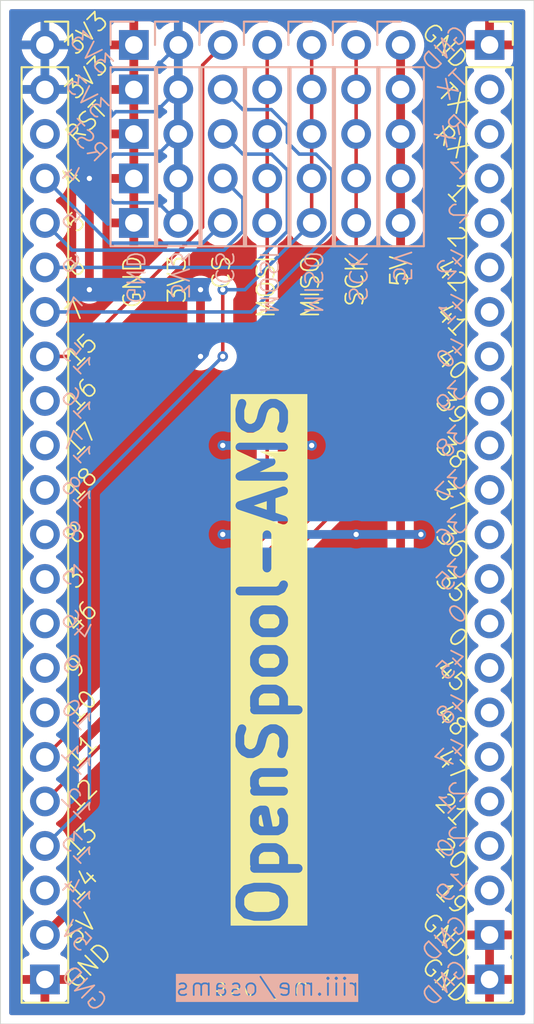
<source format=kicad_pcb>
(kicad_pcb (version 20241229) (generator "pcbnew") (generator_version "9.0")
  (layers (0 "F.Cu" signal) (2 "B.Cu" signal) (13 "F.Paste" user) (15 "B.Paste" user) (5 "F.SilkS" user "F.Silkscreen") (7 "B.SilkS" user "B.Silkscreen") (1 "F.Mask" user) (3 "B.Mask" user) (25 "Edge.Cuts" user))
  (net 0 "")
  (net 15 "/GND")
  (net 17 "/3V3")
  (net 32 "/SC4")
  (net 33 "/SC1")
  (net 34 "/SC3")
  (net 35 "/SC2")
  (net 36 "/MISO")
  (net 37 "/MOSI")
  (net 38 "/SCK")
  (net 39 "/SC5")
  (net 40 "/5V")
  (footprint "Connector_PinSocket_2.54mm:PinSocket_1x22_P2.54mm_Vertical" (layer "F.Cu") (at 66.04 50.8)
    (property "Reference" "J2" (hide yes))
    (property "Value" "ESP32-L" (hide yes))
    (fp_line (start -1.33 1.27) (end -1.33 54.67) (stroke (width 0.12)) (layer "F.SilkS"))
    (fp_line (start -1.33 1.27) (end 1.33 1.27) (stroke (width 0.12)) (layer "F.SilkS"))
    (fp_line (start -1.33 54.67) (end 1.33 54.67) (stroke (width 0.12)) (layer "F.SilkS"))
    (fp_line (start 0 -1.33) (end 1.33 -1.33) (stroke (width 0.12)) (layer "F.SilkS"))
    (fp_line (start 1.33 -1.33) (end 1.33 0) (stroke (width 0.12)) (layer "F.SilkS"))
    (fp_line (start 1.33 1.27) (end 1.33 54.67) (stroke (width 0.12)) (layer "F.SilkS"))
    (pad "1" thru_hole oval (at 0 0) (size 1.7 1.7) (drill 1) (layers "*.Cu" "*.Mask") (net 17 "/3V3"))
    (pad "2" thru_hole oval (at 0 2.54) (size 1.7 1.7) (drill 1) (layers "*.Cu" "*.Mask") (net 17 "/3V3"))
    (pad "3" thru_hole oval (at 0 5.08) (size 1.7 1.7) (drill 1) (layers "*.Cu" "*.Mask"))
    (pad "4" thru_hole oval (at 0 7.62) (size 1.7 1.7) (drill 1) (layers "*.Cu" "*.Mask") (net 33 "/SC1"))
    (pad "5" thru_hole oval (at 0 10.16) (size 1.7 1.7) (drill 1) (layers "*.Cu" "*.Mask") (net 35 "/SC2"))
    (pad "6" thru_hole oval (at 0 12.7) (size 1.7 1.7) (drill 1) (layers "*.Cu" "*.Mask") (net 34 "/SC3"))
    (pad "7" thru_hole oval (at 0 15.24) (size 1.7 1.7) (drill 1) (layers "*.Cu" "*.Mask") (net 32 "/SC4"))
    (pad "8" thru_hole oval (at 0 17.78) (size 1.7 1.7) (drill 1) (layers "*.Cu" "*.Mask") (net 39 "/SC5"))
    (pad "9" thru_hole oval (at 0 20.32) (size 1.7 1.7) (drill 1) (layers "*.Cu" "*.Mask"))
    (pad "10" thru_hole oval (at 0 22.86) (size 1.7 1.7) (drill 1) (layers "*.Cu" "*.Mask"))
    (pad "11" thru_hole oval (at 0 25.4) (size 1.7 1.7) (drill 1) (layers "*.Cu" "*.Mask"))
    (pad "12" thru_hole oval (at 0 27.94) (size 1.7 1.7) (drill 1) (layers "*.Cu" "*.Mask"))
    (pad "13" thru_hole oval (at 0 30.48) (size 1.7 1.7) (drill 1) (layers "*.Cu" "*.Mask"))
    (pad "14" thru_hole oval (at 0 33.02) (size 1.7 1.7) (drill 1) (layers "*.Cu" "*.Mask"))
    (pad "15" thru_hole oval (at 0 35.56) (size 1.7 1.7) (drill 1) (layers "*.Cu" "*.Mask"))
    (pad "16" thru_hole oval (at 0 38.1) (size 1.7 1.7) (drill 1) (layers "*.Cu" "*.Mask"))
    (pad "17" thru_hole oval (at 0 40.64) (size 1.7 1.7) (drill 1) (layers "*.Cu" "*.Mask") (net 37 "/MOSI"))
    (pad "18" thru_hole oval (at 0 43.18) (size 1.7 1.7) (drill 1) (layers "*.Cu" "*.Mask") (net 38 "/SCK"))
    (pad "19" thru_hole oval (at 0 45.72) (size 1.7 1.7) (drill 1) (layers "*.Cu" "*.Mask") (net 36 "/MISO"))
    (pad "20" thru_hole oval (at 0 48.26) (size 1.7 1.7) (drill 1) (layers "*.Cu" "*.Mask"))
    (pad "21" thru_hole oval (at 0 50.8) (size 1.7 1.7) (drill 1) (layers "*.Cu" "*.Mask") (net 40 "/5V"))
    (pad "22" thru_hole rect (at 0 53.34) (size 1.7 1.7) (drill 1) (layers "*.Cu" "*.Mask") (net 15 "/GND"))
  )
  (footprint "Connector_PinSocket_2.54mm:PinSocket_1x22_P2.54mm_Vertical" (layer "F.Cu") (at 91.44 50.8)
    (property "Reference" "J3" (hide yes))
    (property "Value" "ESP32-R" (hide yes))
    (fp_line (start -1.33 1.27) (end -1.33 54.67) (stroke (width 0.12)) (layer "F.SilkS"))
    (fp_line (start -1.33 1.27) (end 1.33 1.27) (stroke (width 0.12)) (layer "F.SilkS"))
    (fp_line (start -1.33 54.67) (end 1.33 54.67) (stroke (width 0.12)) (layer "F.SilkS"))
    (fp_line (start 0 -1.33) (end 1.33 -1.33) (stroke (width 0.12)) (layer "F.SilkS"))
    (fp_line (start 1.33 -1.33) (end 1.33 0) (stroke (width 0.12)) (layer "F.SilkS"))
    (fp_line (start 1.33 1.27) (end 1.33 54.67) (stroke (width 0.12)) (layer "F.SilkS"))
    (pad "1" thru_hole rect (at 0 0) (size 1.7 1.7) (drill 1) (layers "*.Cu" "*.Mask") (net 15 "/GND"))
    (pad "2" thru_hole oval (at 0 2.54) (size 1.7 1.7) (drill 1) (layers "*.Cu" "*.Mask"))
    (pad "3" thru_hole oval (at 0 5.08) (size 1.7 1.7) (drill 1) (layers "*.Cu" "*.Mask"))
    (pad "4" thru_hole oval (at 0 7.62) (size 1.7 1.7) (drill 1) (layers "*.Cu" "*.Mask"))
    (pad "5" thru_hole oval (at 0 10.16) (size 1.7 1.7) (drill 1) (layers "*.Cu" "*.Mask"))
    (pad "6" thru_hole oval (at 0 12.7) (size 1.7 1.7) (drill 1) (layers "*.Cu" "*.Mask"))
    (pad "7" thru_hole oval (at 0 15.24) (size 1.7 1.7) (drill 1) (layers "*.Cu" "*.Mask"))
    (pad "8" thru_hole oval (at 0 17.78) (size 1.7 1.7) (drill 1) (layers "*.Cu" "*.Mask"))
    (pad "9" thru_hole oval (at 0 20.32) (size 1.7 1.7) (drill 1) (layers "*.Cu" "*.Mask"))
    (pad "10" thru_hole oval (at 0 22.86) (size 1.7 1.7) (drill 1) (layers "*.Cu" "*.Mask"))
    (pad "11" thru_hole oval (at 0 25.4) (size 1.7 1.7) (drill 1) (layers "*.Cu" "*.Mask"))
    (pad "12" thru_hole oval (at 0 27.94) (size 1.7 1.7) (drill 1) (layers "*.Cu" "*.Mask"))
    (pad "13" thru_hole oval (at 0 30.48) (size 1.7 1.7) (drill 1) (layers "*.Cu" "*.Mask"))
    (pad "14" thru_hole oval (at 0 33.02) (size 1.7 1.7) (drill 1) (layers "*.Cu" "*.Mask"))
    (pad "15" thru_hole oval (at 0 35.56) (size 1.7 1.7) (drill 1) (layers "*.Cu" "*.Mask"))
    (pad "16" thru_hole oval (at 0 38.1) (size 1.7 1.7) (drill 1) (layers "*.Cu" "*.Mask"))
    (pad "17" thru_hole oval (at 0 40.64) (size 1.7 1.7) (drill 1) (layers "*.Cu" "*.Mask"))
    (pad "18" thru_hole oval (at 0 43.18) (size 1.7 1.7) (drill 1) (layers "*.Cu" "*.Mask"))
    (pad "19" thru_hole oval (at 0 45.72) (size 1.7 1.7) (drill 1) (layers "*.Cu" "*.Mask"))
    (pad "20" thru_hole oval (at 0 48.26) (size 1.7 1.7) (drill 1) (layers "*.Cu" "*.Mask"))
    (pad "21" thru_hole rect (at 0 50.8) (size 1.7 1.7) (drill 1) (layers "*.Cu" "*.Mask") (net 15 "/GND"))
    (pad "22" thru_hole rect (at 0 53.34) (size 1.7 1.7) (drill 1) (layers "*.Cu" "*.Mask") (net 15 "/GND"))
  )
  (footprint "Connector_PinSocket_2.54mm:PinSocket_1x05_P2.54mm_Vertical" (layer "B.Cu") (at 83.82 50.8 180)
    (property "Reference" "J8" (hide yes))
    (property "Value" "SCK")
    (fp_line (start 1.33 1.33) (end 1.33 0) (stroke (width 0.12)) (layer "B.SilkS"))
    (fp_line (start 1.33 -1.27) (end 1.33 -11.49) (stroke (width 0.12)) (layer "B.SilkS"))
    (fp_line (start 0 1.33) (end 1.33 1.33) (stroke (width 0.12)) (layer "B.SilkS"))
    (fp_line (start -1.33 -1.27) (end 1.33 -1.27) (stroke (width 0.12)) (layer "B.SilkS"))
    (fp_line (start -1.33 -1.27) (end -1.33 -11.49) (stroke (width 0.12)) (layer "B.SilkS"))
    (fp_line (start -1.33 -11.49) (end 1.33 -11.49) (stroke (width 0.12)) (layer "B.SilkS"))
    (pad "1" thru_hole oval (at 0 0 180) (size 1.7 1.7) (drill 1) (layers "*.Cu" "*.Mask") (net 38 "/SCK"))
    (pad "2" thru_hole oval (at 0 -2.54 180) (size 1.7 1.7) (drill 1) (layers "*.Cu" "*.Mask") (net 38 "/SCK"))
    (pad "3" thru_hole oval (at 0 -5.08 180) (size 1.7 1.7) (drill 1) (layers "*.Cu" "*.Mask") (net 38 "/SCK"))
    (pad "4" thru_hole oval (at 0 -7.62 180) (size 1.7 1.7) (drill 1) (layers "*.Cu" "*.Mask") (net 38 "/SCK"))
    (pad "5" thru_hole oval (at 0 -10.16 180) (size 1.7 1.7) (drill 1) (layers "*.Cu" "*.Mask") (net 38 "/SCK"))
  )
  (footprint "Connector_PinSocket_2.54mm:PinSocket_1x05_P2.54mm_Vertical" (layer "B.Cu") (at 71.12 50.8 180)
    (property "Reference" "J1" (hide yes))
    (property "Value" "GND")
    (fp_line (start 1.33 1.33) (end 1.33 0) (stroke (width 0.12)) (layer "B.SilkS"))
    (fp_line (start 1.33 -1.27) (end 1.33 -11.49) (stroke (width 0.12)) (layer "B.SilkS"))
    (fp_line (start 0 1.33) (end 1.33 1.33) (stroke (width 0.12)) (layer "B.SilkS"))
    (fp_line (start -1.33 -1.27) (end 1.33 -1.27) (stroke (width 0.12)) (layer "B.SilkS"))
    (fp_line (start -1.33 -1.27) (end -1.33 -11.49) (stroke (width 0.12)) (layer "B.SilkS"))
    (fp_line (start -1.33 -11.49) (end 1.33 -11.49) (stroke (width 0.12)) (layer "B.SilkS"))
    (pad "1" thru_hole rect (at 0 0 180) (size 1.7 1.7) (drill 1) (layers "*.Cu" "*.Mask") (net 15 "/GND"))
    (pad "2" thru_hole rect (at 0 -2.54 180) (size 1.7 1.7) (drill 1) (layers "*.Cu" "*.Mask") (net 15 "/GND"))
    (pad "3" thru_hole rect (at 0 -5.08 180) (size 1.7 1.7) (drill 1) (layers "*.Cu" "*.Mask") (net 15 "/GND"))
    (pad "4" thru_hole rect (at 0 -7.62 180) (size 1.7 1.7) (drill 1) (layers "*.Cu" "*.Mask") (net 15 "/GND"))
    (pad "5" thru_hole rect (at 0 -10.16 180) (size 1.7 1.7) (drill 1) (layers "*.Cu" "*.Mask") (net 15 "/GND"))
  )
  (footprint "Connector_PinSocket_2.54mm:PinSocket_1x05_P2.54mm_Vertical" (layer "B.Cu") (at 73.66 50.8 180)
    (property "Reference" "J7" (hide yes))
    (property "Value" "3V3")
    (fp_line (start 1.33 1.33) (end 1.33 0) (stroke (width 0.12)) (layer "B.SilkS"))
    (fp_line (start 1.33 -1.27) (end 1.33 -11.49) (stroke (width 0.12)) (layer "B.SilkS"))
    (fp_line (start 0 1.33) (end 1.33 1.33) (stroke (width 0.12)) (layer "B.SilkS"))
    (fp_line (start -1.33 -1.27) (end 1.33 -1.27) (stroke (width 0.12)) (layer "B.SilkS"))
    (fp_line (start -1.33 -1.27) (end -1.33 -11.49) (stroke (width 0.12)) (layer "B.SilkS"))
    (fp_line (start -1.33 -11.49) (end 1.33 -11.49) (stroke (width 0.12)) (layer "B.SilkS"))
    (pad "1" thru_hole oval (at 0 0 180) (size 1.7 1.7) (drill 1) (layers "*.Cu" "*.Mask") (net 17 "/3V3"))
    (pad "2" thru_hole oval (at 0 -2.54 180) (size 1.7 1.7) (drill 1) (layers "*.Cu" "*.Mask") (net 17 "/3V3"))
    (pad "3" thru_hole oval (at 0 -5.08 180) (size 1.7 1.7) (drill 1) (layers "*.Cu" "*.Mask") (net 17 "/3V3"))
    (pad "4" thru_hole oval (at 0 -7.62 180) (size 1.7 1.7) (drill 1) (layers "*.Cu" "*.Mask") (net 17 "/3V3"))
    (pad "5" thru_hole oval (at 0 -10.16 180) (size 1.7 1.7) (drill 1) (layers "*.Cu" "*.Mask") (net 17 "/3V3"))
  )
  (footprint "Connector_PinSocket_2.54mm:PinSocket_1x05_P2.54mm_Vertical" (layer "B.Cu") (at 81.28 50.8 180)
    (property "Reference" "J9" (hide yes))
    (property "Value" "MISO")
    (fp_line (start 1.33 1.33) (end 1.33 0) (stroke (width 0.12)) (layer "B.SilkS"))
    (fp_line (start 1.33 -1.27) (end 1.33 -11.49) (stroke (width 0.12)) (layer "B.SilkS"))
    (fp_line (start 0 1.33) (end 1.33 1.33) (stroke (width 0.12)) (layer "B.SilkS"))
    (fp_line (start -1.33 -1.27) (end 1.33 -1.27) (stroke (width 0.12)) (layer "B.SilkS"))
    (fp_line (start -1.33 -1.27) (end -1.33 -11.49) (stroke (width 0.12)) (layer "B.SilkS"))
    (fp_line (start -1.33 -11.49) (end 1.33 -11.49) (stroke (width 0.12)) (layer "B.SilkS"))
    (pad "1" thru_hole oval (at 0 0 180) (size 1.7 1.7) (drill 1) (layers "*.Cu" "*.Mask") (net 36 "/MISO"))
    (pad "2" thru_hole oval (at 0 -2.54 180) (size 1.7 1.7) (drill 1) (layers "*.Cu" "*.Mask") (net 36 "/MISO"))
    (pad "3" thru_hole oval (at 0 -5.08 180) (size 1.7 1.7) (drill 1) (layers "*.Cu" "*.Mask") (net 36 "/MISO"))
    (pad "4" thru_hole oval (at 0 -7.62 180) (size 1.7 1.7) (drill 1) (layers "*.Cu" "*.Mask") (net 36 "/MISO"))
    (pad "5" thru_hole oval (at 0 -10.16 180) (size 1.7 1.7) (drill 1) (layers "*.Cu" "*.Mask") (net 36 "/MISO"))
  )
  (footprint "Connector_PinSocket_2.54mm:PinSocket_1x05_P2.54mm_Vertical" (layer "B.Cu") (at 86.36 50.8 180)
    (property "Reference" "J4" (hide yes))
    (property "Value" "5V")
    (fp_line (start 1.33 1.33) (end 1.33 0) (stroke (width 0.12)) (layer "B.SilkS"))
    (fp_line (start 1.33 -1.27) (end 1.33 -11.49) (stroke (width 0.12)) (layer "B.SilkS"))
    (fp_line (start 0 1.33) (end 1.33 1.33) (stroke (width 0.12)) (layer "B.SilkS"))
    (fp_line (start -1.33 -1.27) (end 1.33 -1.27) (stroke (width 0.12)) (layer "B.SilkS"))
    (fp_line (start -1.33 -1.27) (end -1.33 -11.49) (stroke (width 0.12)) (layer "B.SilkS"))
    (fp_line (start -1.33 -11.49) (end 1.33 -11.49) (stroke (width 0.12)) (layer "B.SilkS"))
    (pad "1" thru_hole oval (at 0 0 180) (size 1.7 1.7) (drill 1) (layers "*.Cu" "*.Mask") (net 40 "/5V"))
    (pad "2" thru_hole oval (at 0 -2.54 180) (size 1.7 1.7) (drill 1) (layers "*.Cu" "*.Mask") (net 40 "/5V"))
    (pad "3" thru_hole oval (at 0 -5.08 180) (size 1.7 1.7) (drill 1) (layers "*.Cu" "*.Mask") (net 40 "/5V"))
    (pad "4" thru_hole oval (at 0 -7.62 180) (size 1.7 1.7) (drill 1) (layers "*.Cu" "*.Mask") (net 40 "/5V"))
    (pad "5" thru_hole oval (at 0 -10.16 180) (size 1.7 1.7) (drill 1) (layers "*.Cu" "*.Mask") (net 40 "/5V"))
  )
  (footprint "Connector_PinSocket_2.54mm:PinSocket_1x05_P2.54mm_Vertical" (layer "B.Cu") (at 76.2 50.8 180)
    (property "Reference" "J6" (hide yes))
    (property "Value" "CS")
    (fp_line (start 1.33 1.33) (end 1.33 0) (stroke (width 0.12)) (layer "B.SilkS"))
    (fp_line (start 1.33 -1.27) (end 1.33 -11.49) (stroke (width 0.12)) (layer "B.SilkS"))
    (fp_line (start 0 1.33) (end 1.33 1.33) (stroke (width 0.12)) (layer "B.SilkS"))
    (fp_line (start -1.33 -1.27) (end 1.33 -1.27) (stroke (width 0.12)) (layer "B.SilkS"))
    (fp_line (start -1.33 -1.27) (end -1.33 -11.49) (stroke (width 0.12)) (layer "B.SilkS"))
    (fp_line (start -1.33 -11.49) (end 1.33 -11.49) (stroke (width 0.12)) (layer "B.SilkS"))
    (pad "1" thru_hole oval (at 0 0 180) (size 1.7 1.7) (drill 1) (layers "*.Cu" "*.Mask") (net 39 "/SC5"))
    (pad "2" thru_hole oval (at 0 -2.54 180) (size 1.7 1.7) (drill 1) (layers "*.Cu" "*.Mask") (net 32 "/SC4"))
    (pad "3" thru_hole oval (at 0 -5.08 180) (size 1.7 1.7) (drill 1) (layers "*.Cu" "*.Mask") (net 34 "/SC3"))
    (pad "4" thru_hole oval (at 0 -7.62 180) (size 1.7 1.7) (drill 1) (layers "*.Cu" "*.Mask") (net 35 "/SC2"))
    (pad "5" thru_hole oval (at 0 -10.16 180) (size 1.7 1.7) (drill 1) (layers "*.Cu" "*.Mask") (net 33 "/SC1"))
  )
  (footprint "Connector_PinSocket_2.54mm:PinSocket_1x05_P2.54mm_Vertical" (layer "B.Cu") (at 78.74 50.8 180)
    (property "Reference" "J5" (hide yes))
    (property "Value" "MOSI")
    (fp_line (start 1.33 1.33) (end 1.33 0) (stroke (width 0.12)) (layer "B.SilkS"))
    (fp_line (start 1.33 -1.27) (end 1.33 -11.49) (stroke (width 0.12)) (layer "B.SilkS"))
    (fp_line (start 0 1.33) (end 1.33 1.33) (stroke (width 0.12)) (layer "B.SilkS"))
    (fp_line (start -1.33 -1.27) (end 1.33 -1.27) (stroke (width 0.12)) (layer "B.SilkS"))
    (fp_line (start -1.33 -1.27) (end -1.33 -11.49) (stroke (width 0.12)) (layer "B.SilkS"))
    (fp_line (start -1.33 -11.49) (end 1.33 -11.49) (stroke (width 0.12)) (layer "B.SilkS"))
    (pad "1" thru_hole oval (at 0 0 180) (size 1.7 1.7) (drill 1) (layers "*.Cu" "*.Mask") (net 37 "/MOSI"))
    (pad "2" thru_hole oval (at 0 -2.54 180) (size 1.7 1.7) (drill 1) (layers "*.Cu" "*.Mask") (net 37 "/MOSI"))
    (pad "3" thru_hole oval (at 0 -5.08 180) (size 1.7 1.7) (drill 1) (layers "*.Cu" "*.Mask") (net 37 "/MOSI"))
    (pad "4" thru_hole oval (at 0 -7.62 180) (size 1.7 1.7) (drill 1) (layers "*.Cu" "*.Mask") (net 37 "/MOSI"))
    (pad "5" thru_hole oval (at 0 -10.16 180) (size 1.7 1.7) (drill 1) (layers "*.Cu" "*.Mask") (net 37 "/MOSI"))
  )
  (gr_rect (start 63.5 48.26) (end 93.98 106.68) (stroke (width 0.05)) (fill no) (layer "Edge.Cuts"))
  (gr_text "48" (at 90.424 89.662 315) (layer "F.SilkS") (effects (font (size 1 1) (thickness 0.1)) (justify right top)))
  (gr_text "GND" (at 90.424 102.362 315) (layer "F.SilkS") (effects (font (size 1 1) (thickness 0.1)) (justify right top)))
  (gr_text "45" (at 90.424 87.122 315) (layer "F.SilkS") (effects (font (size 1 1) (thickness 0.1)) (justify right top)))
  (gr_text "6" (at 67.818 64.262 45) (layer "F.SilkS") (effects (font (size 1 1) (thickness 0.1)) (justify left bottom)))
  (gr_text "3V3" (at 67.818 51.562 45) (layer "F.SilkS") (effects (font (size 1 1) (thickness 0.1)) (justify left bottom)))
  (gr_text "46" (at 67.818 84.582 45) (layer "F.SilkS") (effects (font (size 1 1) (thickness 0.1)) (justify left bottom)))
  (gr_text "37" (at 90.424 76.962 315) (layer "F.SilkS") (effects (font (size 1 1) (thickness 0.1)) (justify right top)))
  (gr_text "21" (at 90.424 94.742 315) (layer "F.SilkS") (effects (font (size 1 1) (thickness 0.1)) (justify right top)))
  (gr_text "36" (at 90.424 79.502 315) (layer "F.SilkS") (effects (font (size 1 1) (thickness 0.1)) (justify right top)))
  (gr_text "OpenSpool-AMS" (at 80.01 101.346 90) (layer "F.SilkS" knockout) (effects (font (size 2.5 2.5) (thickness 0.5) (bold yes)) (justify left bottom)))
  (gr_text "11" (at 67.818 92.202 45) (layer "F.SilkS") (effects (font (size 1 1) (thickness 0.1)) (justify left bottom)))
  (gr_text "13" (at 67.818 97.282 45) (layer "F.SilkS") (effects (font (size 1 1) (thickness 0.1)) (justify left bottom)))
  (gr_text "2" (at 90.424 61.722 315) (layer "F.SilkS") (effects (font (size 1 1) (thickness 0.1)) (justify right top)))
  (gr_text "SCK" (at 84.328 62.738 90) (layer "F.SilkS") (effects (font (size 1 1) (thickness 0.1)) (justify right bottom)))
  (gr_text "14" (at 67.818 99.822 45) (layer "F.SilkS") (effects (font (size 1 1) (thickness 0.1)) (justify left bottom)))
  (gr_text "GND" (at 90.424 104.902 315) (layer "F.SilkS") (effects (font (size 1 1) (thickness 0.1)) (justify right top)))
  (gr_text "5" (at 67.818 61.722 45) (layer "F.SilkS") (effects (font (size 1 1) (thickness 0.1)) (justify left bottom)))
  (gr_text "GND" (at 71.628 62.738 90) (layer "F.SilkS") (effects (font (size 1 1) (thickness 0.1)) (justify right bottom)))
  (gr_text "3" (at 67.818 82.042 45) (layer "F.SilkS") (effects (font (size 1 1) (thickness 0.1)) (justify left bottom)))
  (gr_text "42" (at 90.424 64.262 315) (layer "F.SilkS") (effects (font (size 1 1) (thickness 0.1)) (justify right top)))
  (gr_text "16" (at 67.818 71.882 45) (layer "F.SilkS") (effects (font (size 1 1) (thickness 0.1)) (justify left bottom)))
  (gr_text "39" (at 90.424 71.882 315) (layer "F.SilkS") (effects (font (size 1 1) (thickness 0.1)) (justify right top)))
  (gr_text "15" (at 67.818 69.342 45) (layer "F.SilkS") (effects (font (size 1 1) (thickness 0.1)) (justify left bottom)))
  (gr_text "47" (at 90.424 92.202 315) (layer "F.SilkS") (effects (font (size 1 1) (thickness 0.1)) (justify right top)))
  (gr_text "35" (at 90.424 82.042 315) (layer "F.SilkS") (effects (font (size 1 1) (thickness 0.1)) (justify right top)))
  (gr_text "12" (at 67.818 94.742 45) (layer "F.SilkS") (effects (font (size 1 1) (thickness 0.1)) (justify left bottom)))
  (gr_text "CS" (at 76.708 62.738 90) (layer "F.SilkS") (effects (font (size 1 1) (thickness 0.1)) (justify right bottom)))
  (gr_text "4" (at 67.564 59.182 45) (layer "F.SilkS") (effects (font (size 1 1) (thickness 0.1)) (justify left bottom)))
  (gr_text "3V3" (at 74.168 62.738 90) (layer "F.SilkS") (effects (font (size 1 1) (thickness 0.1)) (justify right bottom)))
  (gr_text "5V" (at 86.868 62.738 90) (layer "F.SilkS") (effects (font (size 1 1) (thickness 0.1)) (justify right bottom)))
  (gr_text "8" (at 67.818 79.502 45) (layer "F.SilkS") (effects (font (size 1 1) (thickness 0.1)) (justify left bottom)))
  (gr_text "5V" (at 67.818 102.362 45) (layer "F.SilkS") (effects (font (size 1 1) (thickness 0.1)) (justify left bottom)))
  (gr_text "17" (at 67.818 74.422 45) (layer "F.SilkS") (effects (font (size 1 1) (thickness 0.1)) (justify left bottom)))
  (gr_text "1" (at 90.424 59.182 315) (layer "F.SilkS") (effects (font (size 1 1) (thickness 0.1)) (justify right top)))
  (gr_text "GND" (at 67.818 104.902 45) (layer "F.SilkS") (effects (font (size 1 1) (thickness 0.1)) (justify left bottom)))
  (gr_text "0" (at 90.424 84.582 315) (layer "F.SilkS") (effects (font (size 1 1) (thickness 0.1)) (justify right top)))
  (gr_text "18" (at 67.818 76.962 45) (layer "F.SilkS") (effects (font (size 1 1) (thickness 0.1)) (justify left bottom)))
  (gr_text "7" (at 67.818 66.802 45) (layer "F.SilkS") (effects (font (size 1 1) (thickness 0.1)) (justify left bottom)))
  (gr_text "10" (at 67.818 89.662 45) (layer "F.SilkS") (effects (font (size 1 1) (thickness 0.1)) (justify left bottom)))
  (gr_text "Rev 1.0" (at 81.280953 105.41 0) (layer "F.SilkS") (effects (font (size 1 1) (thickness 0.1)) (justify right bottom)))
  (gr_text "TX" (at 90.424 54.102 315) (layer "F.SilkS") (effects (font (size 1 1) (thickness 0.1)) (justify right top)))
  (gr_text "19" (at 90.424 99.822 315) (layer "F.SilkS") (effects (font (size 1 1) (thickness 0.1)) (justify right top)))
  (gr_text "RX" (at 90.424 56.642 315) (layer "F.SilkS") (effects (font (size 1 1) (thickness 0.1)) (justify right top)))
  (gr_text "40" (at 90.424 69.342 315) (layer "F.SilkS") (effects (font (size 1 1) (thickness 0.1)) (justify right top)))
  (gr_text "20" (at 90.424 97.282 315) (layer "F.SilkS") (effects (font (size 1 1) (thickness 0.1)) (justify right top)))
  (gr_text "RST" (at 67.818 56.642 45) (layer "F.SilkS") (effects (font (size 1 1) (thickness 0.1)) (justify left bottom)))
  (gr_text "GND" (at 90.424 51.562 315) (layer "F.SilkS") (effects (font (size 1 1) (thickness 0.1)) (justify right top)))
  (gr_text "41" (at 90.424 66.802 315) (layer "F.SilkS") (effects (font (size 1 1) (thickness 0.1)) (justify right top)))
  (gr_text "MISO" (at 81.788 62.738 90) (layer "F.SilkS") (effects (font (size 1 1) (thickness 0.1)) (justify right bottom)))
  (gr_text "MOSI" (at 79.248 62.738 90) (layer "F.SilkS") (effects (font (size 1 1) (thickness 0.1)) (justify right bottom)))
  (gr_text "9" (at 67.818 87.122 45) (layer "F.SilkS") (effects (font (size 1 1) (thickness 0.1)) (justify left bottom)))
  (gr_text "38" (at 90.424 74.422 315) (layer "F.SilkS") (effects (font (size 1 1) (thickness 0.1)) (justify right top)))
  (gr_text "3V3" (at 67.818 54.102 45) (layer "F.SilkS") (effects (font (size 1 1) (thickness 0.1)) (justify left bottom)))
  (gr_text "42" (at 90.424 62.992 45) (layer "B.SilkS") (effects (font (size 1 1) (thickness 0.1)) (justify left bottom mirror)))
  (gr_text "12" (at 67.564 92.964 315) (layer "B.SilkS") (effects (font (size 1 1) (thickness 0.1)) (justify right top mirror)))
  (gr_text "45" (at 90.424 85.852 45) (layer "B.SilkS") (effects (font (size 1 1) (thickness 0.1)) (justify left bottom mirror)))
  (gr_text "SCK" (at 83.312 62.484 270) (layer "B.SilkS") (effects (font (size 1 1) (thickness 0.1)) (justify right bottom mirror)))
  (gr_text "18" (at 67.564 75.184 315) (layer "B.SilkS") (effects (font (size 1 1) (thickness 0.1)) (justify right top mirror)))
  (gr_text "5V" (at 67.564 100.584 315) (layer "B.SilkS") (effects (font (size 1 1) (thickness 0.1)) (justify right top mirror)))
  (gr_text "19" (at 90.424 98.552 45) (layer "B.SilkS") (effects (font (size 1 1) (thickness 0.1)) (justify left bottom mirror)))
  (gr_text "3V3" (at 67.818 52.324 315) (layer "B.SilkS") (effects (font (size 1 1) (thickness 0.1)) (justify right top mirror)))
  (gr_text "9" (at 67.564 85.344 315) (layer "B.SilkS") (effects (font (size 1 1) (thickness 0.1)) (justify right top mirror)))
  (gr_text "41" (at 90.424 65.532 45) (layer "B.SilkS") (effects (font (size 1 1) (thickness 0.1)) (justify left bottom mirror)))
  (gr_text "3V3" (at 68.072 49.784 315) (layer "B.SilkS") (effects (font (size 1 1) (thickness 0.1)) (justify right top mirror)))
  (gr_text "38" (at 90.424 73.152 45) (layer "B.SilkS") (effects (font (size 1 1) (thickness 0.1)) (justify left bottom mirror)))
  (gr_text "4" (at 67.564 57.404 315) (layer "B.SilkS") (effects (font (size 1 1) (thickness 0.1)) (justify right top mirror)))
  (gr_text "14" (at 67.564 98.044 315) (layer "B.SilkS") (effects (font (size 1 1) (thickness 0.1)) (justify right top mirror)))
  (gr_text "RX" (at 90.424 55.372 45) (layer "B.SilkS") (effects (font (size 1 1) (thickness 0.1)) (justify left bottom mirror)))
  (gr_text "20" (at 90.424 96.012 45) (layer "B.SilkS") (effects (font (size 1 1) (thickness 0.1)) (justify left bottom mirror)))
  (gr_text "11" (at 67.564 90.424 315) (layer "B.SilkS") (effects (font (size 1 1) (thickness 0.1)) (justify right top mirror)))
  (gr_text "GND" (at 90.424 50.292 45) (layer "B.SilkS") (effects (font (size 1 1) (thickness 0.1)) (justify left bottom mirror)))
  (gr_text "6" (at 67.564 62.484 315) (layer "B.SilkS") (effects (font (size 1 1) (thickness 0.1)) (justify right top mirror)))
  (gr_text "RST" (at 67.818 54.864 315) (layer "B.SilkS") (effects (font (size 1 1) (thickness 0.1)) (justify right top mirror)))
  (gr_text "GND" (at 70.612 62.484 270) (layer "B.SilkS") (effects (font (size 1 1) (thickness 0.1)) (justify right bottom mirror)))
  (gr_text "MISO" (at 80.772 62.484 270) (layer "B.SilkS") (effects (font (size 1 1) (thickness 0.1)) (justify right bottom mirror)))
  (gr_text "48" (at 90.424 88.392 45) (layer "B.SilkS") (effects (font (size 1 1) (thickness 0.1)) (justify left bottom mirror)))
  (gr_text "3V3" (at 73.152 62.484 270) (layer "B.SilkS") (effects (font (size 1 1) (thickness 0.1)) (justify right bottom mirror)))
  (gr_text "36" (at 90.424 78.232 45) (layer "B.SilkS") (effects (font (size 1 1) (thickness 0.1)) (justify left bottom mirror)))
  (gr_text "17" (at 67.564 72.644 315) (layer "B.SilkS") (effects (font (size 1 1) (thickness 0.1)) (justify right top mirror)))
  (gr_text "0" (at 90.424 83.312 45) (layer "B.SilkS") (effects (font (size 1 1) (thickness 0.1)) (justify left bottom mirror)))
  (gr_text "riii.me/osams" (at 73.428096 105.156 0) (layer "B.SilkS" knockout) (effects (font (size 1 1) (thickness 0.1)) (justify right bottom mirror)))
  (gr_text "GND" (at 67.564 103.124 315) (layer "B.SilkS") (effects (font (size 1 1) (thickness 0.1)) (justify right top mirror)))
  (gr_text "15" (at 67.564 67.564 315) (layer "B.SilkS") (effects (font (size 1 1) (thickness 0.1)) (justify right top mirror)))
  (gr_text "21" (at 90.424 93.472 45) (layer "B.SilkS") (effects (font (size 1 1) (thickness 0.1)) (justify left bottom mirror)))
  (gr_text "13" (at 67.564 95.504 315) (layer "B.SilkS") (effects (font (size 1 1) (thickness 0.1)) (justify right top mirror)))
  (gr_text "37" (at 90.424 75.692 45) (layer "B.SilkS") (effects (font (size 1 1) (thickness 0.1)) (justify left bottom mirror)))
  (gr_text "47" (at 90.424 90.932 45) (layer "B.SilkS") (effects (font (size 1 1) (thickness 0.1)) (justify left bottom mirror)))
  (gr_text "2" (at 90.424 60.452 45) (layer "B.SilkS") (effects (font (size 1 1) (thickness 0.1)) (justify left bottom mirror)))
  (gr_text "16" (at 67.564 70.104 315) (layer "B.SilkS") (effects (font (size 1 1) (thickness 0.1)) (justify right top mirror)))
  (gr_text "7" (at 67.564 65.024 315) (layer "B.SilkS") (effects (font (size 1 1) (thickness 0.1)) (justify right top mirror)))
  (gr_text "35" (at 90.424 80.772 45) (layer "B.SilkS") (effects (font (size 1 1) (thickness 0.1)) (justify left bottom mirror)))
  (gr_text "GND" (at 90.424 101.092 45) (layer "B.SilkS") (effects (font (size 1 1) (thickness 0.1)) (justify left bottom mirror)))
  (gr_text "40" (at 90.424 68.072 45) (layer "B.SilkS") (effects (font (size 1 1) (thickness 0.1)) (justify left bottom mirror)))
  (gr_text "46" (at 67.564 82.804 315) (layer "B.SilkS") (effects (font (size 1 1) (thickness 0.1)) (justify right top mirror)))
  (gr_text "CS" (at 75.692 62.484 270) (layer "B.SilkS") (effects (font (size 1 1) (thickness 0.1)) (justify right bottom mirror)))
  (gr_text "39" (at 90.424 70.612 45) (layer "B.SilkS") (effects (font (size 1 1) (thickness 0.1)) (justify left bottom mirror)))
  (gr_text "TX" (at 90.424 52.832 45) (layer "B.SilkS") (effects (font (size 1 1) (thickness 0.1)) (justify left bottom mirror)))
  (gr_text "3" (at 67.564 80.264 315) (layer "B.SilkS") (effects (font (size 1 1) (thickness 0.1)) (justify right top mirror)))
  (gr_text "MOSI" (at 78.232 62.484 270) (layer "B.SilkS") (effects (font (size 1 1) (thickness 0.1)) (justify right bottom mirror)))
  (gr_text "GND" (at 90.424 103.632 45) (layer "B.SilkS") (effects (font (size 1 1) (thickness 0.1)) (justify left bottom mirror)))
  (gr_text "5V" (at 85.852 62.484 270) (layer "B.SilkS") (effects (font (size 1 1) (thickness 0.1)) (justify right bottom mirror)))
  (gr_text "5" (at 67.564 59.944 315) (layer "B.SilkS") (effects (font (size 1 1) (thickness 0.1)) (justify right top mirror)))
  (gr_text "1" (at 90.424 57.912 45) (layer "B.SilkS") (effects (font (size 1 1) (thickness 0.1)) (justify left bottom mirror)))
  (gr_text "10" (at 67.564 87.884 315) (layer "B.SilkS") (effects (font (size 1 1) (thickness 0.1)) (justify right top mirror)))
  (gr_text "8" (at 67.564 77.724 315) (layer "B.SilkS") (effects (font (size 1 1) (thickness 0.1)) (justify right top mirror)))
  (via (at 83.82 78.74) (size 0.6) (drill 0.3) (layers "F.Cu" "B.Cu") (net 15))
  (via (at 76.2 73.66) (size 0.6) (drill 0.3) (layers "F.Cu" "B.Cu") (net 15))
  (via (at 81.28 73.66) (size 0.6) (drill 0.3) (layers "F.Cu" "B.Cu") (net 15))
  (via (at 76.2 78.74) (size 0.6) (drill 0.3) (layers "F.Cu" "B.Cu") (net 15))
  (via (at 87.519729 78.74) (size 0.6) (drill 0.3) (layers "F.Cu" "B.Cu") (net 15))
  (segment (start 83.82 78.74) (end 76.2 78.74) (width 0.5) (layer "B.Cu") (net 15))
  (segment (start 83.82 78.74) (end 87.519729 78.74) (width 0.5) (layer "B.Cu") (net 15))
  (segment (start 76.2 73.66) (end 81.28 73.66) (width 0.5) (layer "B.Cu") (net 15))
  (segment (start 68.58 58.42) (end 68.58 64.77) (width 0.5) (layer "F.Cu") (net 17))
  (segment (start 74.93 64.77) (end 74.93 68.58) (width 0.5) (layer "F.Cu") (net 17))
  (via (at 68.58 58.42) (size 0.6) (drill 0.3) (layers "F.Cu" "B.Cu") (net 17))
  (via (at 68.58 64.77) (size 0.6) (drill 0.3) (layers "F.Cu" "B.Cu") (net 17))
  (via (at 74.93 68.58) (size 0.6) (drill 0.3) (layers "F.Cu" "B.Cu") (net 17))
  (via (at 74.93 64.77) (size 0.6) (drill 0.3) (layers "F.Cu" "B.Cu") (net 17))
  (segment (start 72.271 52.189) (end 69.969 52.189) (width 0.2) (layer "B.Cu") (net 17))
  (segment (start 73.66 50.8) (end 72.271 52.189) (width 0.2) (layer "B.Cu") (net 17))
  (segment (start 68.58 53.578) (end 68.58 58.42) (width 0.2) (layer "B.Cu") (net 17))
  (segment (start 68.58 58.42) (end 69.969 57.031) (width 0.2) (layer "B.Cu") (net 17))
  (segment (start 68.58 58.42) (end 69.969 59.809) (width 0.2) (layer "B.Cu") (net 17))
  (segment (start 73.66 53.34) (end 72.39 54.61) (width 0.2) (layer "B.Cu") (net 17))
  (segment (start 72.509 57.031) (end 73.66 55.88) (width 0.2) (layer "B.Cu") (net 17))
  (segment (start 72.509 59.809) (end 73.66 60.96) (width 0.2) (layer "B.Cu") (net 17))
  (segment (start 69.969 57.031) (end 72.509 57.031) (width 0.2) (layer "B.Cu") (net 17))
  (segment (start 72.39 54.61) (end 70.088 54.61) (width 0.2) (layer "B.Cu") (net 17))
  (segment (start 69.969 59.809) (end 72.509 59.809) (width 0.2) (layer "B.Cu") (net 17))
  (segment (start 70.088 54.61) (end 68.58 56.118) (width 0.2) (layer "B.Cu") (net 17))
  (segment (start 68.58 56.118) (end 68.58 58.42) (width 0.2) (layer "B.Cu") (net 17))
  (segment (start 69.969 52.189) (end 68.58 53.578) (width 0.2) (layer "B.Cu") (net 17))
  (segment (start 82.431 57.94324) (end 81.51876 57.031) (width 0.2) (layer "B.Cu") (net 32))
  (segment (start 82.431 61.43676) (end 82.431 57.94324) (width 0.2) (layer "B.Cu") (net 32))
  (segment (start 81.51876 57.031) (end 80.56524 57.031) (width 0.2) (layer "B.Cu") (net 32))
  (segment (start 80.56524 57.031) (end 79.891 56.35676) (width 0.2) (layer "B.Cu") (net 32))
  (segment (start 77.351 54.491) (end 76.2 53.34) (width 0.2) (layer "B.Cu") (net 32))
  (segment (start 66.04 66.04) (end 77.82776 66.04) (width 0.2) (layer "B.Cu") (net 32))
  (segment (start 77.82776 66.04) (end 82.431 61.43676) (width 0.2) (layer "B.Cu") (net 32))
  (segment (start 79.891 55.40324) (end 78.97876 54.491) (width 0.2) (layer "B.Cu") (net 32))
  (segment (start 78.97876 54.491) (end 77.351 54.491) (width 0.2) (layer "B.Cu") (net 32))
  (segment (start 79.891 56.35676) (end 79.891 55.40324) (width 0.2) (layer "B.Cu") (net 32))
  (segment (start 75.049 62.111) (end 76.2 60.96) (width 0.2) (layer "B.Cu") (net 33))
  (segment (start 69.731 62.111) (end 75.049 62.111) (width 0.2) (layer "B.Cu") (net 33))
  (segment (start 66.04 58.42) (end 69.731 62.111) (width 0.2) (layer "B.Cu") (net 33))
  (segment (start 79.891 61.43676) (end 79.891 57.94324) (width 0.2) (layer "B.Cu") (net 34))
  (segment (start 77.82776 63.5) (end 79.891 61.43676) (width 0.2) (layer "B.Cu") (net 34))
  (segment (start 79.891 57.94324) (end 78.97876 57.031) (width 0.2) (layer "B.Cu") (net 34))
  (segment (start 78.97876 57.031) (end 77.351 57.031) (width 0.2) (layer "B.Cu") (net 34))
  (segment (start 77.351 57.031) (end 76.2 55.88) (width 0.2) (layer "B.Cu") (net 34))
  (segment (start 66.04 63.5) (end 77.82776 63.5) (width 0.2) (layer "B.Cu") (net 34))
  (segment (start 77.351 61.43676) (end 77.351 59.571) (width 0.2) (layer "B.Cu") (net 35))
  (segment (start 77.351 59.571) (end 76.2 58.42) (width 0.2) (layer "B.Cu") (net 35))
  (segment (start 66.04 60.96) (end 67.592 62.512) (width 0.2) (layer "B.Cu") (net 35))
  (segment (start 76.27576 62.512) (end 77.351 61.43676) (width 0.2) (layer "B.Cu") (net 35))
  (segment (start 67.592 62.512) (end 76.27576 62.512) (width 0.2) (layer "B.Cu") (net 35))
  (segment (start 81.28 60.96) (end 81.28 58.42) (width 0.2) (layer "F.Cu") (net 36))
  (segment (start 81.28 50.8) (end 81.28 53.34) (width 0.2) (layer "F.Cu") (net 36))
  (segment (start 81.28 55.88) (end 81.28 53.34) (width 0.2) (layer "F.Cu") (net 36))
  (segment (start 76.2 65.024) (end 76.2 68.58) (width 0.2) (layer "F.Cu") (net 36))
  (segment (start 81.28 58.42) (end 81.28 55.88) (width 0.2) (layer "F.Cu") (net 36))
  (via (at 76.2 68.58) (size 0.6) (drill 0.3) (layers "F.Cu" "B.Cu") (net 36))
  (via (at 76.2 64.77) (size 0.6) (drill 0.3) (layers "F.Cu" "B.Cu") (net 36))
  (segment (start 68.58 93.98) (end 68.58 76.2) (width 0.2) (layer "B.Cu") (net 36))
  (segment (start 81.28 60.96) (end 77.47 64.77) (width 0.2) (layer "B.Cu") (net 36))
  (segment (start 68.58 76.2) (end 76.2 68.58) (width 0.2) (layer "B.Cu") (net 36))
  (segment (start 77.47 64.77) (end 76.2 64.77) (width 0.2) (layer "B.Cu") (net 36))
  (segment (start 66.04 96.52) (end 68.58 93.98) (width 0.2) (layer "B.Cu") (net 36))
  (segment (start 78.74 53.34) (end 78.74 55.88) (width 0.2) (layer "F.Cu") (net 37))
  (segment (start 78.74 50.8) (end 78.74 53.34) (width 0.2) (layer "F.Cu") (net 37))
  (segment (start 78.74 60.96) (end 78.74 78.74) (width 0.2) (layer "F.Cu") (net 37))
  (segment (start 78.74 78.74) (end 66.04 91.44) (width 0.2) (layer "F.Cu") (net 37))
  (segment (start 78.74 55.88) (end 78.74 58.42) (width 0.2) (layer "F.Cu") (net 37))
  (segment (start 78.74 58.42) (end 78.74 60.96) (width 0.2) (layer "F.Cu") (net 37))
  (segment (start 83.82 53.34) (end 83.82 55.88) (width 0.2) (layer "F.Cu") (net 38))
  (segment (start 83.82 55.88) (end 83.82 58.42) (width 0.2) (layer "F.Cu") (net 38))
  (segment (start 83.82 60.96) (end 83.82 76.2) (width 0.2) (layer "F.Cu") (net 38))
  (segment (start 83.82 50.8) (end 83.82 53.34) (width 0.2) (layer "F.Cu") (net 38))
  (segment (start 83.82 76.2) (end 66.04 93.98) (width 0.2) (layer "F.Cu") (net 38))
  (segment (start 83.82 58.42) (end 83.82 60.96) (width 0.2) (layer "F.Cu") (net 38))
  (segment (start 67.66776 68.58) (end 66.04 68.58) (width 0.2) (layer "F.Cu") (net 39))
  (segment (start 76.2 50.8) (end 75.049 51.951) (width 0.2) (layer "F.Cu") (net 39))
  (segment (start 75.049 51.951) (end 75.049 61.19876) (width 0.2) (layer "F.Cu") (net 39))
  (segment (start 75.049 61.19876) (end 67.66776 68.58) (width 0.2) (layer "F.Cu") (net 39))
  (segment (start 86.36 53.34) (end 86.36 55.88) (width 0.5) (layer "F.Cu") (net 40))
  (segment (start 86.36 50.8) (end 86.36 53.34) (width 0.5) (layer "F.Cu") (net 40))
  (segment (start 86.36 81.28) (end 66.04 101.6) (width 0.5) (layer "F.Cu") (net 40))
  (segment (start 86.36 55.88) (end 86.36 58.42) (width 0.5) (layer "F.Cu") (net 40))
  (segment (start 86.36 58.42) (end 86.36 60.96) (width 0.5) (layer "F.Cu") (net 40))
  (segment (start 86.36 60.96) (end 86.36 81.28) (width 0.5) (layer "F.Cu") (net 40))
  (zone (net 15) (net_name "/GND") (layer "F.Cu") (connect_pads (clearance 0.5)) (min_thickness 0.25) (fill yes (thermal_gap 0.5) (thermal_bridge_width 0.5))
    (polygon (pts (xy 63.5 48.26) (xy 93.98 48.26) (xy 93.98 106.68) (xy 63.5 106.68)))
  )
  (zone (net 17) (net_name "/3V3") (layer "B.Cu") (priority 1) (connect_pads (clearance 0.5)) (min_thickness 0.25) (fill yes (thermal_gap 0.5) (thermal_bridge_width 0.5))
    (polygon (pts (xy 63.5 48.26) (xy 93.98 48.26) (xy 93.98 106.68) (xy 63.5 106.68)))
  )
)
</source>
